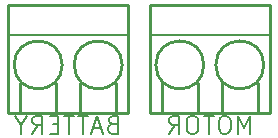
<source format=gbo>
G04 (created by PCBNEW (2013-07-07 BZR 4022)-stable) date 2015/08/15 16:03:12*
%MOIN*%
G04 Gerber Fmt 3.4, Leading zero omitted, Abs format*
%FSLAX34Y34*%
G01*
G70*
G90*
G04 APERTURE LIST*
%ADD10C,0.00590551*%
%ADD11C,0.01*%
%ADD12C,0.00787402*%
G04 APERTURE END LIST*
G54D10*
X119685Y-73031D02*
X115748Y-73031D01*
G54D11*
X119316Y-74615D02*
X119316Y-75615D01*
X118116Y-74615D02*
X118116Y-75615D01*
X117316Y-74615D02*
X117316Y-75615D01*
X116116Y-74615D02*
X116116Y-75615D01*
X117516Y-74015D02*
G75*
G03X117516Y-74015I-800J0D01*
G74*
G01*
X119516Y-74015D02*
G75*
G03X119516Y-74015I-800J0D01*
G74*
G01*
X115716Y-74015D02*
X115716Y-75615D01*
X115716Y-75615D02*
X116316Y-75615D01*
X116316Y-75615D02*
X119516Y-75615D01*
X119516Y-75615D02*
X119716Y-75615D01*
X119716Y-75615D02*
X119716Y-74015D01*
X115716Y-72015D02*
X119716Y-72015D01*
X119716Y-72015D02*
X119716Y-74015D01*
X115716Y-72015D02*
X115716Y-74015D01*
G54D10*
X124409Y-73031D02*
X120472Y-73031D01*
G54D11*
X124040Y-74615D02*
X124040Y-75615D01*
X122840Y-74615D02*
X122840Y-75615D01*
X122040Y-74615D02*
X122040Y-75615D01*
X120840Y-74615D02*
X120840Y-75615D01*
X122240Y-74015D02*
G75*
G03X122240Y-74015I-800J0D01*
G74*
G01*
X124240Y-74015D02*
G75*
G03X124240Y-74015I-800J0D01*
G74*
G01*
X120440Y-74015D02*
X120440Y-75615D01*
X120440Y-75615D02*
X121040Y-75615D01*
X121040Y-75615D02*
X124240Y-75615D01*
X124240Y-75615D02*
X124440Y-75615D01*
X124440Y-75615D02*
X124440Y-74015D01*
X120440Y-72015D02*
X124440Y-72015D01*
X124440Y-72015D02*
X124440Y-74015D01*
X120440Y-72015D02*
X120440Y-74015D01*
G54D12*
X119192Y-75992D02*
X119108Y-76020D01*
X119080Y-76048D01*
X119052Y-76105D01*
X119052Y-76189D01*
X119080Y-76245D01*
X119108Y-76273D01*
X119164Y-76302D01*
X119389Y-76302D01*
X119389Y-75711D01*
X119192Y-75711D01*
X119136Y-75739D01*
X119108Y-75767D01*
X119080Y-75823D01*
X119080Y-75880D01*
X119108Y-75936D01*
X119136Y-75964D01*
X119192Y-75992D01*
X119389Y-75992D01*
X118827Y-76133D02*
X118546Y-76133D01*
X118883Y-76302D02*
X118686Y-75711D01*
X118489Y-76302D01*
X118377Y-75711D02*
X118039Y-75711D01*
X118208Y-76302D02*
X118208Y-75711D01*
X117927Y-75711D02*
X117589Y-75711D01*
X117758Y-76302D02*
X117758Y-75711D01*
X117393Y-75992D02*
X117196Y-75992D01*
X117111Y-76302D02*
X117393Y-76302D01*
X117393Y-75711D01*
X117111Y-75711D01*
X116521Y-76302D02*
X116718Y-76020D01*
X116858Y-76302D02*
X116858Y-75711D01*
X116633Y-75711D01*
X116577Y-75739D01*
X116549Y-75767D01*
X116521Y-75823D01*
X116521Y-75908D01*
X116549Y-75964D01*
X116577Y-75992D01*
X116633Y-76020D01*
X116858Y-76020D01*
X116155Y-76020D02*
X116155Y-76302D01*
X116352Y-75711D02*
X116155Y-76020D01*
X115958Y-75711D01*
X123776Y-76302D02*
X123776Y-75711D01*
X123579Y-76133D01*
X123383Y-75711D01*
X123383Y-76302D01*
X122989Y-75711D02*
X122876Y-75711D01*
X122820Y-75739D01*
X122764Y-75795D01*
X122736Y-75908D01*
X122736Y-76105D01*
X122764Y-76217D01*
X122820Y-76273D01*
X122876Y-76302D01*
X122989Y-76302D01*
X123045Y-76273D01*
X123101Y-76217D01*
X123129Y-76105D01*
X123129Y-75908D01*
X123101Y-75795D01*
X123045Y-75739D01*
X122989Y-75711D01*
X122567Y-75711D02*
X122230Y-75711D01*
X122398Y-76302D02*
X122398Y-75711D01*
X121920Y-75711D02*
X121808Y-75711D01*
X121751Y-75739D01*
X121695Y-75795D01*
X121667Y-75908D01*
X121667Y-76105D01*
X121695Y-76217D01*
X121751Y-76273D01*
X121808Y-76302D01*
X121920Y-76302D01*
X121976Y-76273D01*
X122033Y-76217D01*
X122061Y-76105D01*
X122061Y-75908D01*
X122033Y-75795D01*
X121976Y-75739D01*
X121920Y-75711D01*
X121077Y-76302D02*
X121273Y-76020D01*
X121414Y-76302D02*
X121414Y-75711D01*
X121189Y-75711D01*
X121133Y-75739D01*
X121105Y-75767D01*
X121077Y-75823D01*
X121077Y-75908D01*
X121105Y-75964D01*
X121133Y-75992D01*
X121189Y-76020D01*
X121414Y-76020D01*
M02*

</source>
